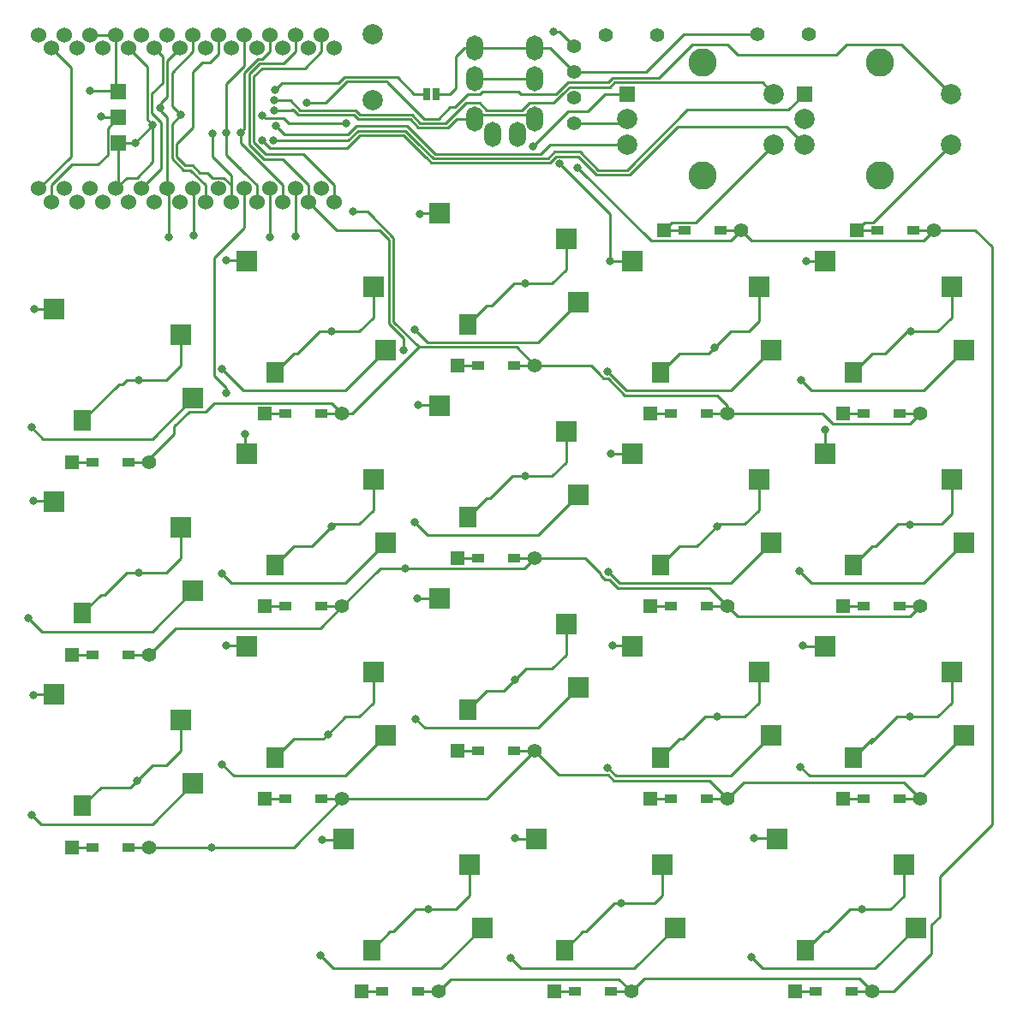
<source format=gtl>
G04 #@! TF.GenerationSoftware,KiCad,Pcbnew,(5.1.6-0-10_14)*
G04 #@! TF.CreationDate,2022-10-29T14:19:20+09:00*
G04 #@! TF.ProjectId,cool536v130,636f6f6c-3533-4367-9631-33302e6b6963,rev?*
G04 #@! TF.SameCoordinates,Original*
G04 #@! TF.FileFunction,Copper,L1,Top*
G04 #@! TF.FilePolarity,Positive*
%FSLAX46Y46*%
G04 Gerber Fmt 4.6, Leading zero omitted, Abs format (unit mm)*
G04 Created by KiCad (PCBNEW (5.1.6-0-10_14)) date 2022-10-29 14:19:20*
%MOMM*%
%LPD*%
G01*
G04 APERTURE LIST*
G04 #@! TA.AperFunction,SMDPad,CuDef*
%ADD10R,2.000000X2.000000*%
G04 #@! TD*
G04 #@! TA.AperFunction,SMDPad,CuDef*
%ADD11R,1.800000X2.000000*%
G04 #@! TD*
G04 #@! TA.AperFunction,ComponentPad*
%ADD12C,2.000000*%
G04 #@! TD*
G04 #@! TA.AperFunction,ComponentPad*
%ADD13C,1.397000*%
G04 #@! TD*
G04 #@! TA.AperFunction,ComponentPad*
%ADD14R,1.397000X1.397000*%
G04 #@! TD*
G04 #@! TA.AperFunction,SMDPad,CuDef*
%ADD15R,1.300000X0.950000*%
G04 #@! TD*
G04 #@! TA.AperFunction,ComponentPad*
%ADD16O,1.700000X2.500000*%
G04 #@! TD*
G04 #@! TA.AperFunction,ComponentPad*
%ADD17C,1.524000*%
G04 #@! TD*
G04 #@! TA.AperFunction,ComponentPad*
%ADD18R,1.500000X1.500000*%
G04 #@! TD*
G04 #@! TA.AperFunction,ComponentPad*
%ADD19C,2.800000*%
G04 #@! TD*
G04 #@! TA.AperFunction,SMDPad,CuDef*
%ADD20R,1.524000X1.524000*%
G04 #@! TD*
G04 #@! TA.AperFunction,SMDPad,CuDef*
%ADD21R,0.635000X1.143000*%
G04 #@! TD*
G04 #@! TA.AperFunction,ViaPad*
%ADD22C,0.800000*%
G04 #@! TD*
G04 #@! TA.AperFunction,Conductor*
%ADD23C,0.250000*%
G04 #@! TD*
G04 APERTURE END LIST*
D10*
X95750000Y-100570000D03*
D11*
X84850000Y-102770000D03*
D10*
X94550000Y-94330000D03*
X82050000Y-91790000D03*
X43950000Y-82265000D03*
X56450000Y-84805000D03*
D11*
X46750000Y-93245000D03*
D10*
X57650000Y-91045000D03*
X91575000Y-115602500D03*
X104075000Y-118142500D03*
D11*
X94375000Y-126582500D03*
D10*
X105275000Y-124382500D03*
D12*
X75460000Y-36040000D03*
X75460000Y-42540000D03*
D10*
X76700000Y-86282500D03*
D11*
X65800000Y-88482500D03*
D10*
X75500000Y-80042500D03*
X63000000Y-77502500D03*
D13*
X72410000Y-73532499D03*
D14*
X64790000Y-73532499D03*
D15*
X66825000Y-73532499D03*
X70375000Y-73532499D03*
D13*
X124798000Y-130682500D03*
D14*
X117178000Y-130682500D03*
D15*
X119213000Y-130682500D03*
X122763000Y-130682500D03*
X109795000Y-55420000D03*
D13*
X111830000Y-55420000D03*
D14*
X104210000Y-55420000D03*
D15*
X106245000Y-55420000D03*
D13*
X129560000Y-73532499D03*
D14*
X121940000Y-73532499D03*
D15*
X123975000Y-73532499D03*
X127525000Y-73532499D03*
D16*
X87250000Y-45870000D03*
X91450000Y-44370000D03*
X91450000Y-40370000D03*
X91450000Y-37370000D03*
X85500000Y-40370000D03*
X85500000Y-37370000D03*
X89700000Y-45870000D03*
X85500000Y-44370000D03*
D10*
X63000000Y-96552500D03*
X75500000Y-99092500D03*
D11*
X65800000Y-107532500D03*
D10*
X76700000Y-105332500D03*
X114800000Y-105332500D03*
D11*
X103900000Y-107532500D03*
D10*
X113600000Y-99092500D03*
X101100000Y-96552500D03*
D13*
X95330000Y-44820000D03*
X95330000Y-42280000D03*
X95330000Y-39740000D03*
X95330000Y-37200000D03*
D17*
X43692000Y-37360000D03*
X46232000Y-37360000D03*
X48772000Y-37360000D03*
X51312000Y-37360000D03*
X53852000Y-37360000D03*
X56392000Y-37360000D03*
X58932000Y-37360000D03*
X61472000Y-37360000D03*
X64012000Y-37360000D03*
X66552000Y-37360000D03*
X69092000Y-37360000D03*
X71632000Y-37360000D03*
X71632000Y-52600000D03*
X69092000Y-52600000D03*
X66552000Y-52600000D03*
X64012000Y-52600000D03*
X61472000Y-52600000D03*
X58932000Y-52600000D03*
X56392000Y-52600000D03*
X53852000Y-52600000D03*
X51312000Y-52600000D03*
X48772000Y-52600000D03*
X46232000Y-52600000D03*
X43692000Y-52600000D03*
X42422000Y-36053600D03*
X44962000Y-36053600D03*
X47502000Y-36053600D03*
X50042000Y-36053600D03*
X52582000Y-36053600D03*
X55122000Y-36053600D03*
X57662000Y-36053600D03*
X60202000Y-36053600D03*
X62742000Y-36053600D03*
X65282000Y-36053600D03*
X67822000Y-36053600D03*
X70362000Y-36053600D03*
X70362000Y-51273600D03*
X67822000Y-51273600D03*
X65282000Y-51273600D03*
X62742000Y-51273600D03*
X60202000Y-51273600D03*
X57662000Y-51273600D03*
X55122000Y-51273600D03*
X52582000Y-51273600D03*
X50042000Y-51273600D03*
X47502000Y-51273600D03*
X44962000Y-51273600D03*
X42422000Y-51273600D03*
D13*
X53360000Y-78295000D03*
D14*
X45740000Y-78295000D03*
D15*
X47775000Y-78295000D03*
X51325000Y-78295000D03*
D10*
X129088000Y-124382500D03*
D11*
X118188000Y-126582500D03*
D10*
X127888000Y-118142500D03*
X115388000Y-115602500D03*
X133850000Y-67232499D03*
D11*
X122950000Y-69432499D03*
D10*
X132650000Y-60992499D03*
X120150000Y-58452499D03*
D18*
X100560000Y-41910000D03*
D12*
X100560000Y-44410000D03*
X100560000Y-46910000D03*
D19*
X108060000Y-38810000D03*
X108060000Y-50010000D03*
D12*
X115060000Y-41910000D03*
X115060000Y-46910000D03*
D10*
X101100000Y-58452499D03*
X113600000Y-60992499D03*
D11*
X103900000Y-69432499D03*
D10*
X114800000Y-67232499D03*
X43950000Y-63215000D03*
X56450000Y-65755000D03*
D11*
X46750000Y-74195000D03*
D10*
X57650000Y-71995000D03*
D13*
X100985000Y-130682500D03*
D14*
X93365000Y-130682500D03*
D15*
X95400000Y-130682500D03*
X98950000Y-130682500D03*
D10*
X114800000Y-86282500D03*
D11*
X103900000Y-88482500D03*
D10*
X113600000Y-80042500D03*
X101100000Y-77502500D03*
D13*
X91460000Y-87820000D03*
D14*
X83840000Y-87820000D03*
D15*
X85875000Y-87820000D03*
X89425000Y-87820000D03*
D13*
X81935000Y-130682500D03*
D14*
X74315000Y-130682500D03*
D15*
X76350000Y-130682500D03*
X79900000Y-130682500D03*
D10*
X63000000Y-58452499D03*
X75500000Y-60992499D03*
D11*
X65800000Y-69432499D03*
D10*
X76700000Y-67232499D03*
X57650000Y-110095000D03*
D11*
X46750000Y-112295000D03*
D10*
X56450000Y-103855000D03*
X43950000Y-101315000D03*
D13*
X129560000Y-111632500D03*
D14*
X121940000Y-111632500D03*
D15*
X123975000Y-111632500D03*
X127525000Y-111632500D03*
D10*
X95750000Y-81520000D03*
D11*
X84850000Y-83720000D03*
D10*
X94550000Y-75280000D03*
X82050000Y-72740000D03*
D13*
X110510000Y-111632500D03*
D14*
X102890000Y-111632500D03*
D15*
X104925000Y-111632500D03*
X108475000Y-111632500D03*
D18*
X118090000Y-41910000D03*
D12*
X118090000Y-44410000D03*
X118090000Y-46910000D03*
D19*
X125590000Y-38810000D03*
X125590000Y-50010000D03*
D12*
X132590000Y-41910000D03*
X132590000Y-46910000D03*
D10*
X133850000Y-86282500D03*
D11*
X122950000Y-88482500D03*
D10*
X132650000Y-80042500D03*
X120150000Y-77502500D03*
D13*
X72410000Y-92582500D03*
D14*
X64790000Y-92582500D03*
D15*
X66825000Y-92582500D03*
X70375000Y-92582500D03*
D10*
X72525000Y-115602500D03*
X85025000Y-118142500D03*
D11*
X75325000Y-126582500D03*
D10*
X86225000Y-124382500D03*
X133850000Y-105332500D03*
D11*
X122950000Y-107532500D03*
D10*
X132650000Y-99092500D03*
X120150000Y-96552500D03*
D13*
X53360000Y-116395000D03*
D14*
X45740000Y-116395000D03*
D15*
X47775000Y-116395000D03*
X51325000Y-116395000D03*
D20*
X50310000Y-41650000D03*
X50310000Y-44190000D03*
X50310000Y-46730000D03*
D13*
X91460000Y-68770000D03*
D14*
X83840000Y-68770000D03*
D15*
X85875000Y-68770000D03*
X89425000Y-68770000D03*
D13*
X110510000Y-73532499D03*
D14*
X102890000Y-73532499D03*
D15*
X104925000Y-73532499D03*
X108475000Y-73532499D03*
D13*
X53360000Y-97345000D03*
D14*
X45740000Y-97345000D03*
D15*
X47775000Y-97345000D03*
X51325000Y-97345000D03*
D13*
X72410000Y-111632500D03*
D14*
X64790000Y-111632500D03*
D15*
X66825000Y-111632500D03*
X70375000Y-111632500D03*
D13*
X91460000Y-106870000D03*
D14*
X83840000Y-106870000D03*
D15*
X85875000Y-106870000D03*
X89425000Y-106870000D03*
D10*
X82050000Y-53690000D03*
X94550000Y-56230000D03*
D11*
X84850000Y-64670000D03*
D10*
X95750000Y-62470000D03*
D13*
X110510000Y-92582500D03*
D14*
X102890000Y-92582500D03*
D15*
X104925000Y-92582500D03*
X108475000Y-92582500D03*
D13*
X129560000Y-92582500D03*
D14*
X121940000Y-92582500D03*
D15*
X123975000Y-92582500D03*
X127525000Y-92582500D03*
X128835000Y-55400000D03*
D13*
X130870000Y-55400000D03*
D14*
X123250000Y-55400000D03*
D15*
X125285000Y-55400000D03*
D21*
X81720380Y-41900000D03*
X80719620Y-41900000D03*
D13*
X98440000Y-36050000D03*
X103520000Y-36050000D03*
X118550000Y-36040000D03*
X113470000Y-36040000D03*
D22*
X52350001Y-70169999D03*
X71387498Y-65407498D03*
X90475001Y-60644999D03*
X109240000Y-67020000D03*
X128577498Y-65407498D03*
X52309999Y-89219999D03*
X71400000Y-84650000D03*
X90474999Y-79694999D03*
X109425000Y-84695000D03*
X128550000Y-84490000D03*
X52101999Y-109841999D03*
X70995749Y-105235749D03*
X89515000Y-99815000D03*
X109467499Y-103507499D03*
X128527499Y-103507499D03*
X80917499Y-122557499D03*
X99987501Y-121957501D03*
X123767499Y-122557499D03*
X73450000Y-53534990D03*
X78643501Y-88843501D03*
X78500000Y-67200000D03*
X60970000Y-71460000D03*
X59525000Y-116395000D03*
X95667158Y-49202842D03*
X65700102Y-43535359D03*
X51940000Y-46730000D03*
X53700000Y-44970000D03*
X47520000Y-41600000D03*
X65745552Y-41536497D03*
X48600000Y-44170000D03*
X93270000Y-35760000D03*
X72770000Y-44780000D03*
X91280000Y-47094980D03*
X64520000Y-44020000D03*
X56490000Y-43990000D03*
X59590000Y-45800000D03*
X65835858Y-45054142D03*
X55300000Y-56060000D03*
X54470000Y-43266990D03*
X41940000Y-101330000D03*
X41390000Y-93730000D03*
X41700000Y-74880000D03*
X41900000Y-82150000D03*
X42000000Y-63210000D03*
X41730000Y-113190000D03*
X65697833Y-42535360D03*
X65630000Y-46540000D03*
X60990000Y-45695000D03*
X62380000Y-45695000D03*
X64520000Y-46500000D03*
X60490000Y-69080000D03*
X62780000Y-75530000D03*
X60950000Y-58380000D03*
X57710000Y-55885010D03*
X60510000Y-108180000D03*
X60980000Y-96430000D03*
X68910000Y-42780000D03*
X60510000Y-89360000D03*
X65280000Y-56100000D03*
X79810000Y-91790000D03*
X70220000Y-127080000D03*
X79550000Y-84250000D03*
X70450000Y-115660000D03*
X79700000Y-103740000D03*
X80070000Y-53740000D03*
X79910000Y-72670000D03*
X79610000Y-65240000D03*
X117750000Y-70210000D03*
X67790000Y-55960000D03*
X117620000Y-89120000D03*
X113070000Y-115480000D03*
X117670000Y-108450000D03*
X118262499Y-58452499D03*
X117960000Y-96450000D03*
X112830000Y-127280000D03*
X120140000Y-75100000D03*
X89050000Y-127360000D03*
X98900000Y-58420000D03*
X98590000Y-69330000D03*
X98640000Y-108520000D03*
X98952500Y-77502500D03*
X98710000Y-89200000D03*
X93905000Y-48815000D03*
X89470000Y-115510000D03*
X99100000Y-96470000D03*
D23*
X47775000Y-78295000D02*
X45740000Y-78295000D01*
X56450000Y-65755000D02*
X56450000Y-68782002D01*
X50666001Y-70620001D02*
X50324999Y-70620001D01*
X56450000Y-68782002D02*
X55062003Y-70169999D01*
X50324999Y-70620001D02*
X46750000Y-74195000D01*
X55062003Y-70169999D02*
X52350001Y-70169999D01*
X51116003Y-70169999D02*
X50666001Y-70620001D01*
X52350001Y-70169999D02*
X51116003Y-70169999D01*
X75500000Y-64019501D02*
X74112003Y-65407498D01*
X74112003Y-65407498D02*
X71387498Y-65407498D01*
X67966003Y-67607498D02*
X67625001Y-67607498D01*
X71387498Y-65407498D02*
X70166003Y-65407498D01*
X70166003Y-65407498D02*
X67966003Y-67607498D01*
X67625001Y-67607498D02*
X65800000Y-69432499D01*
X66825000Y-73532499D02*
X64790000Y-73532499D01*
X75500000Y-60992499D02*
X75500000Y-64019501D01*
X94550000Y-59257002D02*
X93162003Y-60644999D01*
X86675001Y-62844999D02*
X84850000Y-64670000D01*
X93162003Y-60644999D02*
X90475001Y-60644999D01*
X89355001Y-60644999D02*
X87155001Y-62844999D01*
X87155001Y-62844999D02*
X86675001Y-62844999D01*
X90475001Y-60644999D02*
X89355001Y-60644999D01*
X94550000Y-56230000D02*
X94550000Y-59257002D01*
X85875000Y-68770000D02*
X83840000Y-68770000D01*
X105725001Y-67607498D02*
X103900000Y-69432499D01*
X112576001Y-65407498D02*
X110852502Y-65407498D01*
X113600000Y-64383499D02*
X112576001Y-65407498D01*
X108652502Y-67607498D02*
X105725001Y-67607498D01*
X113600000Y-60992499D02*
X113600000Y-64383499D01*
X110852502Y-65407498D02*
X109240000Y-67020000D01*
X109240000Y-67020000D02*
X108652502Y-67607498D01*
X104925000Y-73532499D02*
X102890000Y-73532499D01*
X123975000Y-73532499D02*
X121940000Y-73532499D01*
X132650000Y-64019501D02*
X131262003Y-65407498D01*
X128272502Y-65407498D02*
X126072502Y-67607498D01*
X124775001Y-67607498D02*
X122950000Y-69432499D01*
X126072502Y-67607498D02*
X124775001Y-67607498D01*
X132650000Y-60992499D02*
X132650000Y-64019501D01*
X131262003Y-65407498D02*
X128577498Y-65407498D01*
X128577498Y-65407498D02*
X128272502Y-65407498D01*
X48916003Y-91419999D02*
X48575001Y-91419999D01*
X56450000Y-84805000D02*
X56450000Y-87832002D01*
X48575001Y-91419999D02*
X46750000Y-93245000D01*
X55062003Y-89219999D02*
X52309999Y-89219999D01*
X52309999Y-89219999D02*
X51116003Y-89219999D01*
X47775000Y-97345000D02*
X45740000Y-97345000D01*
X56450000Y-87832002D02*
X55062003Y-89219999D01*
X51116003Y-89219999D02*
X48916003Y-91419999D01*
X75500000Y-83069502D02*
X74112003Y-84457499D01*
X69382501Y-86657499D02*
X67625001Y-86657499D01*
X66825000Y-92582500D02*
X64790000Y-92582500D01*
X74112003Y-84457499D02*
X71582501Y-84457499D01*
X67625001Y-86657499D02*
X65800000Y-88482500D01*
X75500000Y-80042500D02*
X75500000Y-83069502D01*
X71582501Y-84457499D02*
X69382501Y-86657499D01*
X94550000Y-78307002D02*
X93162003Y-79694999D01*
X93162003Y-79694999D02*
X90474999Y-79694999D01*
X94550000Y-75280000D02*
X94550000Y-78307002D01*
X89216003Y-79694999D02*
X87016003Y-81894999D01*
X86675001Y-81894999D02*
X84850000Y-83720000D01*
X87016003Y-81894999D02*
X86675001Y-81894999D01*
X90474999Y-79694999D02*
X89216003Y-79694999D01*
X85875000Y-87820000D02*
X83840000Y-87820000D01*
X104925000Y-92582500D02*
X102890000Y-92582500D01*
X113600000Y-80042500D02*
X113600000Y-83069502D01*
X105725001Y-86657499D02*
X103900000Y-88482500D01*
X113600000Y-83069502D02*
X112212003Y-84457499D01*
X109425000Y-84695000D02*
X107462501Y-86657499D01*
X109662501Y-84457499D02*
X109425000Y-84695000D01*
X107462501Y-86657499D02*
X105725001Y-86657499D01*
X112212003Y-84457499D02*
X109662501Y-84457499D01*
X121940000Y-92582500D02*
X123975000Y-92582500D01*
X132650000Y-80042500D02*
X132650000Y-83433500D01*
X131626001Y-84457499D02*
X127316003Y-84457499D01*
X125116003Y-86657499D02*
X124775001Y-86657499D01*
X124775001Y-86657499D02*
X122950000Y-88482500D01*
X132650000Y-83433500D02*
X131626001Y-84457499D01*
X127316003Y-84457499D02*
X125116003Y-86657499D01*
X56450000Y-106882002D02*
X55062003Y-108269999D01*
X45740000Y-116395000D02*
X47775000Y-116395000D01*
X55062003Y-108269999D02*
X53673999Y-108269999D01*
X56450000Y-103855000D02*
X56450000Y-106882002D01*
X53673999Y-108269999D02*
X52101999Y-109841999D01*
X51473999Y-110469999D02*
X48575001Y-110469999D01*
X52101999Y-109841999D02*
X51473999Y-110469999D01*
X48575001Y-110469999D02*
X46750000Y-112295000D01*
X74112003Y-103507499D02*
X72723999Y-103507499D01*
X70523999Y-105707499D02*
X67625001Y-105707499D01*
X67625001Y-105707499D02*
X65800000Y-107532500D01*
X75500000Y-102119502D02*
X74112003Y-103507499D01*
X75500000Y-99092500D02*
X75500000Y-102119502D01*
X66825000Y-111632500D02*
X64790000Y-111632500D01*
X70995749Y-105235749D02*
X70523999Y-105707499D01*
X72723999Y-103507499D02*
X70995749Y-105235749D01*
X90585001Y-98744999D02*
X89515000Y-99815000D01*
X89515000Y-99815000D02*
X88385001Y-100944999D01*
X86675001Y-100944999D02*
X84850000Y-102770000D01*
X88385001Y-100944999D02*
X86675001Y-100944999D01*
X94550000Y-94330000D02*
X94550000Y-97357002D01*
X93162003Y-98744999D02*
X90585001Y-98744999D01*
X85875000Y-106870000D02*
X83840000Y-106870000D01*
X94550000Y-97357002D02*
X93162003Y-98744999D01*
X109467499Y-103507499D02*
X108266003Y-103507499D01*
X112212003Y-103507499D02*
X109467499Y-103507499D01*
X104925000Y-111632500D02*
X102890000Y-111632500D01*
X113600000Y-99092500D02*
X113600000Y-102119502D01*
X106066003Y-105707499D02*
X105725001Y-105707499D01*
X108266003Y-103507499D02*
X106066003Y-105707499D01*
X113600000Y-102119502D02*
X112212003Y-103507499D01*
X105725001Y-105707499D02*
X103900000Y-107532500D01*
X131262003Y-103507499D02*
X128527499Y-103507499D01*
X128527499Y-103507499D02*
X127202501Y-103507499D01*
X123975000Y-111632500D02*
X121940000Y-111632500D01*
X124775001Y-105707499D02*
X125002501Y-105707499D01*
X125002501Y-105707499D02*
X127202501Y-103507499D01*
X122950000Y-107532500D02*
X124775001Y-105707499D01*
X132650000Y-99092500D02*
X132650000Y-102119502D01*
X132650000Y-102119502D02*
X131262003Y-103507499D01*
X127202501Y-103507499D02*
X124590000Y-106120000D01*
X80917499Y-122557499D02*
X79691003Y-122557499D01*
X83637003Y-122557499D02*
X80917499Y-122557499D01*
X76350000Y-130682500D02*
X74315000Y-130682500D01*
X85025000Y-121169502D02*
X83637003Y-122557499D01*
X77491003Y-124757499D02*
X77150001Y-124757499D01*
X85025000Y-118142500D02*
X85025000Y-121169502D01*
X77150001Y-124757499D02*
X75325000Y-126582500D01*
X79691003Y-122557499D02*
X77491003Y-124757499D01*
X104075000Y-121169502D02*
X103287001Y-121957501D01*
X99341001Y-121957501D02*
X96541003Y-124757499D01*
X96541003Y-124757499D02*
X96200001Y-124757499D01*
X103287001Y-121957501D02*
X99987501Y-121957501D01*
X99987501Y-121957501D02*
X99341001Y-121957501D01*
X96200001Y-124757499D02*
X94375000Y-126582500D01*
X104075000Y-118142500D02*
X104075000Y-121169502D01*
X95400000Y-130682500D02*
X93365000Y-130682500D01*
X120013001Y-124757499D02*
X118188000Y-126582500D01*
X127888000Y-118142500D02*
X127888000Y-121242000D01*
X122554003Y-122557499D02*
X120354003Y-124757499D01*
X120354003Y-124757499D02*
X120013001Y-124757499D01*
X127888000Y-121242000D02*
X126572501Y-122557499D01*
X126572501Y-122557499D02*
X123767499Y-122557499D01*
X123767499Y-122557499D02*
X122554003Y-122557499D01*
X119213000Y-130682500D02*
X117178000Y-130682500D01*
X105010001Y-54619999D02*
X106579999Y-54619999D01*
X107350001Y-54619999D02*
X106579999Y-54619999D01*
X104210000Y-55420000D02*
X106245000Y-55420000D01*
X104210000Y-55420000D02*
X105010001Y-54619999D01*
X115060000Y-46910000D02*
X107350001Y-54619999D01*
X124050001Y-54599999D02*
X124660001Y-54599999D01*
X132590000Y-46910000D02*
X124900001Y-54599999D01*
X125285000Y-55400000D02*
X123250000Y-55400000D01*
X124900001Y-54599999D02*
X124660001Y-54599999D01*
X123250000Y-55400000D02*
X124050001Y-54599999D01*
X97750000Y-69530000D02*
X96990000Y-68770000D01*
X98241999Y-70055001D02*
X98678591Y-70055001D01*
X72410000Y-73532499D02*
X70375000Y-73532499D01*
X68587124Y-47889962D02*
X71632000Y-50934838D01*
X97750000Y-69563002D02*
X98241999Y-70055001D01*
X70362000Y-37698762D02*
X68713742Y-39347020D01*
X63690000Y-40120000D02*
X63690000Y-46700000D01*
X96990000Y-68770000D02*
X91460000Y-68770000D01*
X71632000Y-50934838D02*
X71632000Y-52600000D01*
X63690000Y-46700000D02*
X64879962Y-47889962D01*
X110510000Y-72780000D02*
X109437510Y-71707510D01*
X110510000Y-73532499D02*
X110510000Y-72780000D01*
X97750000Y-69530000D02*
X97750000Y-69563002D01*
X100331099Y-71707509D02*
X98678591Y-70055001D01*
X110510000Y-73532499D02*
X108475000Y-73532499D01*
X79985316Y-66945011D02*
X89635011Y-66945011D01*
X89635011Y-66945011D02*
X91460000Y-68770000D01*
X74957347Y-53607347D02*
X74957347Y-53577347D01*
X75235000Y-53885000D02*
X77490000Y-56140000D01*
X74957347Y-53607347D02*
X75235000Y-53885000D01*
X74884990Y-53534990D02*
X75235000Y-53885000D01*
X73450000Y-53534990D02*
X74884990Y-53534990D01*
X72410000Y-73532499D02*
X73397828Y-73532499D01*
X91460000Y-68770000D02*
X89425000Y-68770000D01*
X129560000Y-73532499D02*
X127525000Y-73532499D01*
X73397828Y-73532499D02*
X79985316Y-66945011D01*
X109437510Y-71707510D02*
X100331099Y-71707509D01*
X77490000Y-56140000D02*
X77490000Y-64449695D01*
X77490000Y-64449695D02*
X79985316Y-66945011D01*
X120891002Y-74556000D02*
X128536499Y-74556000D01*
X128536499Y-74556000D02*
X129560000Y-73532499D01*
X119867501Y-73532499D02*
X120891002Y-74556000D01*
X110510000Y-73532499D02*
X119867501Y-73532499D01*
X58903588Y-73326414D02*
X59721004Y-72508998D01*
X57273586Y-73326414D02*
X58903588Y-73326414D01*
X55810000Y-74790000D02*
X57273586Y-73326414D01*
X55810000Y-75560000D02*
X55810000Y-74790000D01*
X71386499Y-72508998D02*
X72410000Y-73532499D01*
X59721004Y-72508998D02*
X71386499Y-72508998D01*
X53360000Y-78010000D02*
X55810000Y-75560000D01*
X53360000Y-78295000D02*
X53360000Y-78010000D01*
X51325000Y-78295000D02*
X53360000Y-78295000D01*
X64879962Y-47889962D02*
X68587124Y-47889962D01*
X70362000Y-36053600D02*
X70362000Y-37698762D01*
X64462979Y-39347021D02*
X63690000Y-40120000D01*
X68713742Y-39347020D02*
X64462979Y-39347021D01*
X69092000Y-50934838D02*
X69092000Y-52600000D01*
X64276578Y-38897012D02*
X63239990Y-39933600D01*
X109720000Y-91792500D02*
X109712500Y-91792500D01*
X99631101Y-90757511D02*
X108677511Y-90757511D01*
X64689971Y-48339971D02*
X66497133Y-48339971D01*
X109712500Y-91792500D02*
X108677511Y-90757511D01*
X63239990Y-39933600D02*
X63239990Y-46889990D01*
X67822000Y-36053600D02*
X67822000Y-37698762D01*
X66623751Y-38897011D02*
X64276578Y-38897012D01*
X98361999Y-89925001D02*
X98798591Y-89925001D01*
X109720000Y-91792500D02*
X110510000Y-92582500D01*
X96434999Y-87820000D02*
X97984999Y-89370000D01*
X91460000Y-87820000D02*
X96434999Y-87820000D01*
X98798591Y-89925001D02*
X99631101Y-90757511D01*
X66497133Y-48339971D02*
X69092000Y-50934838D01*
X97984999Y-89370000D02*
X97984999Y-89548001D01*
X89425000Y-87820000D02*
X91460000Y-87820000D01*
X97984999Y-89548001D02*
X98361999Y-89925001D01*
X72410000Y-92582500D02*
X70375000Y-92582500D01*
X77039990Y-56326400D02*
X77039991Y-64636096D01*
X53360000Y-97345000D02*
X51325000Y-97345000D01*
X110510000Y-92582500D02*
X108475000Y-92582500D01*
X55977501Y-94727499D02*
X70265001Y-94727499D01*
X53360000Y-97345000D02*
X55977501Y-94727499D01*
X70265001Y-94727499D02*
X72410000Y-92582500D01*
X127525000Y-92582500D02*
X129560000Y-92582500D01*
X69092000Y-52600000D02*
X71852000Y-55360000D01*
X63239990Y-46889990D02*
X64689971Y-48339971D01*
X129560000Y-92582500D02*
X128536499Y-93606001D01*
X128536499Y-93606001D02*
X111533501Y-93606001D01*
X72410000Y-92582500D02*
X76148999Y-88843501D01*
X90436499Y-88843501D02*
X91460000Y-87820000D01*
X111533501Y-93606001D02*
X110510000Y-92582500D01*
X67822000Y-37698762D02*
X66623751Y-38897011D01*
X78500000Y-66096105D02*
X78500000Y-67200000D01*
X71852000Y-55360000D02*
X76073590Y-55360000D01*
X76073590Y-55360000D02*
X77039990Y-56326400D01*
X76148999Y-88843501D02*
X78643501Y-88843501D01*
X78643501Y-88843501D02*
X90436499Y-88843501D01*
X77039991Y-64636096D02*
X78500000Y-66096105D01*
X129560000Y-111632500D02*
X127525000Y-111632500D01*
X62742000Y-55148000D02*
X59764999Y-58125001D01*
X72410000Y-111632500D02*
X86697500Y-111632500D01*
X53360000Y-116395000D02*
X59525000Y-116395000D01*
X86697500Y-111632500D02*
X91460000Y-106870000D01*
X91460000Y-106870000D02*
X89425000Y-106870000D01*
X67647500Y-116395000D02*
X72410000Y-111632500D01*
X72410000Y-111632500D02*
X70375000Y-111632500D01*
X110510000Y-111632500D02*
X108685011Y-109807511D01*
X108685011Y-109807511D02*
X99247511Y-109807511D01*
X99247511Y-109807511D02*
X98685001Y-109245001D01*
X93835001Y-109245001D02*
X91460000Y-106870000D01*
X98685001Y-109245001D02*
X93835001Y-109245001D01*
X59764999Y-69764999D02*
X60970000Y-70970000D01*
X60970000Y-70970000D02*
X60970000Y-71460000D01*
X62742000Y-51273600D02*
X62742000Y-55148000D01*
X110510000Y-111632500D02*
X112112500Y-110030000D01*
X127957500Y-110030000D02*
X129560000Y-111632500D01*
X112112500Y-110030000D02*
X127957500Y-110030000D01*
X110510000Y-111632500D02*
X108475000Y-111632500D01*
X59764999Y-58125001D02*
X59764999Y-69764999D01*
X59525000Y-116395000D02*
X67647500Y-116395000D01*
X51325000Y-116395000D02*
X53360000Y-116395000D01*
X102907816Y-56443501D02*
X110806499Y-56443501D01*
X83167500Y-129450000D02*
X81935000Y-130682500D01*
X99752500Y-129450000D02*
X83167500Y-129450000D01*
X100985000Y-130682500D02*
X99752500Y-129450000D01*
X110806499Y-56443501D02*
X111830000Y-55420000D01*
X81935000Y-130682500D02*
X79900000Y-130682500D01*
X124798000Y-130682500D02*
X123535500Y-129420000D01*
X95667158Y-49202842D02*
X102907816Y-56443501D01*
X100985000Y-130682500D02*
X98950000Y-130682500D01*
X102247500Y-129420000D02*
X100985000Y-130682500D01*
X123535500Y-129420000D02*
X102247500Y-129420000D01*
X124798000Y-130682500D02*
X122763000Y-130682500D01*
X111830000Y-55420000D02*
X112833501Y-56423501D01*
X112833501Y-56423501D02*
X129846499Y-56423501D01*
X129846499Y-56423501D02*
X130870000Y-55400000D01*
X131470000Y-119300000D02*
X136610000Y-114160000D01*
X126922500Y-130682500D02*
X126922500Y-130637500D01*
X136610000Y-114160000D02*
X136610000Y-57030000D01*
X134980000Y-55400000D02*
X130870000Y-55400000D01*
X136610000Y-57030000D02*
X134980000Y-55400000D01*
X124798000Y-130682500D02*
X126922500Y-130682500D01*
X130710000Y-55400000D02*
X128835000Y-55400000D01*
X131470000Y-123290000D02*
X131470000Y-119300000D01*
X126922500Y-130637500D02*
X130670000Y-126890000D01*
X130670000Y-124090000D02*
X131470000Y-123290000D01*
X130870000Y-55400000D02*
X130710000Y-55400000D01*
X130670000Y-126890000D02*
X130670000Y-124090000D01*
X109795000Y-55420000D02*
X111830000Y-55420000D01*
X51940000Y-46730000D02*
X53700000Y-44970000D01*
X50310000Y-46730000D02*
X51940000Y-46730000D01*
X50310000Y-46730000D02*
X50310000Y-51005600D01*
X50310000Y-51005600D02*
X50042000Y-51273600D01*
X53700000Y-48630000D02*
X52143401Y-50186599D01*
X51129001Y-50186599D02*
X50042000Y-51273600D01*
X53700000Y-44970000D02*
X53149990Y-44419990D01*
X52143401Y-50186599D02*
X51129001Y-50186599D01*
X53149990Y-39197990D02*
X53011000Y-39059000D01*
X53700000Y-44970000D02*
X53700000Y-48630000D01*
X53149990Y-44419990D02*
X53149990Y-39197990D01*
X53011000Y-39059000D02*
X51312000Y-37360000D01*
X53698000Y-44968000D02*
X53700000Y-44970000D01*
X67384641Y-43535359D02*
X65700102Y-43535359D01*
X68071614Y-43968024D02*
X67533590Y-43430000D01*
X73568024Y-43968024D02*
X68071614Y-43968024D01*
X79940020Y-45240020D02*
X79110000Y-44410000D01*
X67490000Y-43430000D02*
X67384641Y-43535359D01*
X67533590Y-43430000D02*
X67490000Y-43430000D01*
X82836370Y-45240020D02*
X79940020Y-45240020D01*
X83706390Y-44370000D02*
X82836370Y-45240020D01*
X79110000Y-44410000D02*
X74010000Y-44410000D01*
X74010000Y-44410000D02*
X73568024Y-43968024D01*
X85500000Y-44370000D02*
X83706390Y-44370000D01*
X85924989Y-43945011D02*
X85500000Y-44370000D01*
X91025011Y-43945011D02*
X85924989Y-43945011D01*
X91450000Y-44370000D02*
X91025011Y-43945011D01*
X47502000Y-36053600D02*
X50042000Y-36053600D01*
X100150000Y-44820000D02*
X100560000Y-44410000D01*
X95330000Y-44820000D02*
X100150000Y-44820000D01*
X50042000Y-41382000D02*
X50042000Y-36053600D01*
X47520000Y-41600000D02*
X50260000Y-41600000D01*
X50260000Y-41600000D02*
X50310000Y-41650000D01*
X50310000Y-41650000D02*
X50042000Y-41382000D01*
X85500000Y-40370000D02*
X91450000Y-40370000D01*
X66482049Y-40800000D02*
X65745552Y-41536497D01*
X72070000Y-40800000D02*
X66482049Y-40800000D01*
X72580000Y-40290000D02*
X72070000Y-40800000D01*
X72640010Y-40229990D02*
X72580000Y-40290000D01*
X77620010Y-40229990D02*
X77849990Y-40229990D01*
X77620010Y-40229990D02*
X72640010Y-40229990D01*
X79520000Y-41900000D02*
X80719620Y-41900000D01*
X77849990Y-40229990D02*
X79520000Y-41900000D01*
X43692000Y-50934838D02*
X43692000Y-52600000D01*
X48222999Y-48907001D02*
X48222999Y-48902999D01*
X48222999Y-48902999D02*
X49222999Y-47902999D01*
X50310000Y-44190000D02*
X49222999Y-45277001D01*
X50310000Y-44190000D02*
X48620000Y-44190000D01*
X45719837Y-48907001D02*
X43692000Y-50934838D01*
X49222999Y-45277001D02*
X49222999Y-47902999D01*
X48222999Y-48907001D02*
X45719837Y-48907001D01*
X48620000Y-44190000D02*
X48600000Y-44170000D01*
X85500000Y-37370000D02*
X91450000Y-37370000D01*
X92960000Y-37370000D02*
X95330000Y-39740000D01*
X91450000Y-37370000D02*
X92960000Y-37370000D01*
X85500000Y-37370000D02*
X84500000Y-37370000D01*
X84500000Y-37370000D02*
X83640000Y-38230000D01*
X83640000Y-38230000D02*
X83640000Y-41310000D01*
X83050000Y-41900000D02*
X81720380Y-41900000D01*
X83640000Y-41310000D02*
X83050000Y-41900000D01*
X106640000Y-36040000D02*
X113470000Y-36040000D01*
X106120000Y-36040000D02*
X106640000Y-36040000D01*
X102420000Y-39740000D02*
X106120000Y-36040000D01*
X95330000Y-39740000D02*
X102420000Y-39740000D01*
X93890000Y-35760000D02*
X95330000Y-37200000D01*
X93270000Y-35760000D02*
X93890000Y-35760000D01*
X57662000Y-37182000D02*
X57662000Y-36053600D01*
X55572010Y-48302010D02*
X55572010Y-46107990D01*
X55572010Y-46107990D02*
X55572010Y-44907990D01*
X55572010Y-42767990D02*
X55572010Y-39788752D01*
X96680000Y-43630000D02*
X98400000Y-41910000D01*
X56690000Y-49420000D02*
X55572010Y-48302010D01*
X58932000Y-52600000D02*
X58932000Y-50934838D01*
X72770000Y-44780000D02*
X67110000Y-44780000D01*
X64829141Y-44329141D02*
X64520000Y-44020000D01*
X55572010Y-44907990D02*
X56490000Y-43990000D01*
X56490000Y-43990000D02*
X55572010Y-43072010D01*
X57417162Y-49420000D02*
X56690000Y-49420000D01*
X96310000Y-43630000D02*
X96680000Y-43630000D01*
X57662000Y-37698762D02*
X57662000Y-37182000D01*
X58932000Y-50934838D02*
X57417162Y-49420000D01*
X66659141Y-44329141D02*
X64829141Y-44329141D01*
X98400000Y-41910000D02*
X100560000Y-41910000D01*
X91315020Y-47130000D02*
X91280000Y-47094980D01*
X91550000Y-47130000D02*
X91315020Y-47130000D01*
X67110000Y-44780000D02*
X66659141Y-44329141D01*
X55572010Y-43072010D02*
X55572010Y-42767990D01*
X55572010Y-39788752D02*
X57662000Y-37698762D01*
X94744980Y-43630000D02*
X95210000Y-43630000D01*
X91280000Y-47094980D02*
X94744980Y-43630000D01*
X95210000Y-43630000D02*
X95050000Y-43630000D01*
X96310000Y-43630000D02*
X95210000Y-43630000D01*
X81589980Y-47819980D02*
X92000020Y-47819980D01*
X56022020Y-46857980D02*
X57640000Y-45240000D01*
X57640000Y-39700000D02*
X58580000Y-38760000D01*
X92910000Y-46910000D02*
X92000020Y-47819980D01*
X56909990Y-48969990D02*
X56022020Y-48082020D01*
X60723761Y-50186599D02*
X59583401Y-50186599D01*
X59370000Y-38760000D02*
X60202000Y-37928000D01*
X59086802Y-49690000D02*
X58323572Y-49690000D01*
X56022020Y-48082020D02*
X56022020Y-46857980D01*
X58580000Y-38760000D02*
X59370000Y-38760000D01*
X61472000Y-50934838D02*
X60723761Y-50186599D01*
X61472000Y-50012000D02*
X59590000Y-48130000D01*
X57640000Y-45240000D02*
X57640000Y-39700000D01*
X58323572Y-49690000D02*
X57603562Y-48969990D01*
X60202000Y-37698762D02*
X60202000Y-36053600D01*
X100560000Y-46910000D02*
X92910000Y-46910000D01*
X73820000Y-45080000D02*
X78850000Y-45080000D01*
X57603562Y-48969990D02*
X56909990Y-48969990D01*
X61472000Y-52600000D02*
X61472000Y-50012000D01*
X66681716Y-45900000D02*
X73000000Y-45900000D01*
X78850000Y-45080000D02*
X81589980Y-47819980D01*
X65835858Y-45054142D02*
X66681716Y-45900000D01*
X59590000Y-48130000D02*
X59590000Y-45800000D01*
X61472000Y-52600000D02*
X61472000Y-50934838D01*
X59583401Y-50186599D02*
X59086802Y-49690000D01*
X73000000Y-45900000D02*
X73820000Y-45080000D01*
X60202000Y-37928000D02*
X60202000Y-37698762D01*
X55300000Y-56060000D02*
X55300000Y-51451600D01*
X41955000Y-101315000D02*
X41940000Y-101330000D01*
X43950000Y-101315000D02*
X41955000Y-101315000D01*
X57650000Y-71995000D02*
X53624999Y-76020001D01*
X55122000Y-44202000D02*
X54510000Y-43590000D01*
X55122000Y-42148000D02*
X55122000Y-38630000D01*
X42840001Y-76020001D02*
X41700000Y-74880000D01*
X54510000Y-43230000D02*
X54510000Y-42760000D01*
X55300000Y-51451600D02*
X55122000Y-51273600D01*
X54510000Y-42760000D02*
X55122000Y-42148000D01*
X94217609Y-41877609D02*
X94110208Y-41985010D01*
X94877609Y-41217609D02*
X94217609Y-41877609D01*
X105016499Y-40763501D02*
X99333501Y-40763501D01*
X105273497Y-40763501D02*
X105016499Y-40763501D01*
X113913501Y-40763501D02*
X115060000Y-41910000D01*
X105016499Y-40763501D02*
X113913501Y-40763501D01*
X99333501Y-40763501D02*
X98879393Y-41217609D01*
X98879393Y-41217609D02*
X94877609Y-41217609D01*
X53624999Y-76020001D02*
X42840001Y-76020001D01*
X54506990Y-43230000D02*
X54470000Y-43266990D01*
X54510000Y-43590000D02*
X54510000Y-43230000D01*
X54510000Y-43230000D02*
X54506990Y-43230000D01*
X55122000Y-51273600D02*
X55122000Y-44202000D01*
X55122000Y-38630000D02*
X56392000Y-37360000D01*
X42005000Y-63215000D02*
X42000000Y-63210000D01*
X43835000Y-82150000D02*
X43950000Y-82265000D01*
X41390000Y-93730000D02*
X42730001Y-95070001D01*
X41900000Y-82150000D02*
X43835000Y-82150000D01*
X42730001Y-95070001D02*
X53624999Y-95070001D01*
X43950000Y-63215000D02*
X42005000Y-63215000D01*
X53624999Y-114120001D02*
X42660001Y-114120001D01*
X53624999Y-95070001D02*
X57650000Y-91045000D01*
X42660001Y-114120001D02*
X41730000Y-113190000D01*
X57650000Y-110095000D02*
X53624999Y-114120001D01*
X93300228Y-42794990D02*
X94217609Y-41877609D01*
X90194999Y-43495001D02*
X90895010Y-42794990D01*
X86686716Y-43495001D02*
X90194999Y-43495001D01*
X82649970Y-44790010D02*
X84644990Y-42794990D01*
X80323600Y-44790010D02*
X82649970Y-44790010D01*
X90895010Y-42794990D02*
X93300228Y-42794990D01*
X85986705Y-42794990D02*
X86686716Y-43495001D01*
X68258014Y-43518014D02*
X73754425Y-43518015D01*
X84644990Y-42794990D02*
X85986705Y-42794990D01*
X80300385Y-44766795D02*
X80323600Y-44790010D01*
X74196400Y-43959990D02*
X79296401Y-43959991D01*
X73754425Y-43518015D02*
X74196400Y-43959990D01*
X79296401Y-43959991D02*
X80103205Y-44766795D01*
X80103205Y-44766795D02*
X80300385Y-44766795D01*
X67275360Y-42535360D02*
X68258014Y-43518014D01*
X65697833Y-42535360D02*
X67275360Y-42535360D01*
X65630000Y-46540000D02*
X72440000Y-46540000D01*
X100598205Y-49421795D02*
X97678205Y-49421795D01*
X79851795Y-46718205D02*
X81403580Y-48269990D01*
X79851795Y-46718205D02*
X79838205Y-46718205D01*
X60990000Y-47912838D02*
X62673581Y-49596419D01*
X72996410Y-46540000D02*
X72440000Y-46540000D01*
X79838205Y-46718205D02*
X78650010Y-45530010D01*
X62742000Y-39158770D02*
X60990000Y-40910770D01*
X118090000Y-41910000D02*
X116510000Y-43490000D01*
X60990000Y-40910770D02*
X60990000Y-45695000D01*
X64012000Y-52600000D02*
X64012000Y-50934838D01*
X95896400Y-47639990D02*
X97678205Y-49421795D01*
X78650010Y-45530010D02*
X74006400Y-45530010D01*
X64012000Y-50934838D02*
X62673581Y-49596419D01*
X106530000Y-43490000D02*
X100598205Y-49421795D01*
X74006400Y-45530010D02*
X72996410Y-46540000D01*
X62742000Y-36053600D02*
X62742000Y-39158770D01*
X116510000Y-43490000D02*
X106530000Y-43490000D01*
X62673581Y-49596419D02*
X62317152Y-49239990D01*
X92740598Y-48269990D02*
X93370599Y-47639989D01*
X93370599Y-47639989D02*
X95896400Y-47639990D01*
X81403580Y-48269990D02*
X92740598Y-48269990D01*
X60990000Y-45695000D02*
X60990000Y-47912838D01*
X62720000Y-45355000D02*
X62380000Y-45695000D01*
X65282000Y-37698762D02*
X64533761Y-38447001D01*
X64090179Y-38447001D02*
X62720000Y-39817180D01*
X65285001Y-47265001D02*
X69805001Y-47265001D01*
X95709999Y-48089999D02*
X97270000Y-49650000D01*
X69805001Y-47265001D02*
X70238591Y-47265001D01*
X66552000Y-50934838D02*
X66552000Y-52600000D01*
X81217180Y-48720000D02*
X92926998Y-48720000D01*
X78463610Y-45980020D02*
X80715000Y-48231410D01*
X100784605Y-49871805D02*
X97491805Y-49871805D01*
X92926998Y-48720000D02*
X93556999Y-48089999D01*
X62380000Y-46762838D02*
X64723581Y-49106419D01*
X64407143Y-48789981D02*
X64723581Y-49106419D01*
X64520000Y-46500000D02*
X65285001Y-47265001D01*
X62380000Y-45695000D02*
X62380000Y-46762838D01*
X62720000Y-39817180D02*
X62720000Y-45355000D01*
X80715000Y-48231410D02*
X80728590Y-48231410D01*
X64723581Y-49106419D02*
X66552000Y-50934838D01*
X97491805Y-49871805D02*
X97270000Y-49650000D01*
X69805001Y-47265001D02*
X72907819Y-47265001D01*
X118090000Y-46910000D02*
X116290000Y-45110000D01*
X74192800Y-45980020D02*
X78463610Y-45980020D01*
X80728590Y-48231410D02*
X81217180Y-48720000D01*
X72907819Y-47265001D02*
X74192800Y-45980020D01*
X116290000Y-45110000D02*
X105546410Y-45110000D01*
X105546410Y-45110000D02*
X100784605Y-49871805D01*
X65282000Y-36053600D02*
X65282000Y-37698762D01*
X93556999Y-48089999D02*
X95709999Y-48089999D01*
X64533761Y-38447001D02*
X64090179Y-38447001D01*
X62780000Y-75530000D02*
X62780000Y-77282500D01*
X62667500Y-71257500D02*
X72674999Y-71257500D01*
X62780000Y-77282500D02*
X63000000Y-77502500D01*
X60980000Y-96430000D02*
X62877500Y-96430000D01*
X61457501Y-90307501D02*
X60510000Y-89360000D01*
X60490000Y-69080000D02*
X62667500Y-71257500D01*
X72674999Y-71257500D02*
X76700000Y-67232499D01*
X62927501Y-58380000D02*
X63000000Y-58452499D01*
X60950000Y-58380000D02*
X62927501Y-58380000D01*
X57710000Y-51321600D02*
X57662000Y-51273600D01*
X62877500Y-96430000D02*
X63000000Y-96552500D01*
X61687501Y-109357501D02*
X72674999Y-109357501D01*
X57710000Y-55885010D02*
X57710000Y-51321600D01*
X76700000Y-86282500D02*
X72674999Y-90307501D01*
X72674999Y-109357501D02*
X76700000Y-105332500D01*
X60510000Y-108180000D02*
X61687501Y-109357501D01*
X72674999Y-90307501D02*
X61457501Y-90307501D01*
X70790000Y-42780000D02*
X68910000Y-42780000D01*
X72890000Y-40680000D02*
X70790000Y-42780000D01*
X76900000Y-40680000D02*
X72890000Y-40680000D01*
X81940000Y-44340000D02*
X80510000Y-44340000D01*
X83066421Y-43213579D02*
X81940000Y-44340000D01*
X83589991Y-43213579D02*
X83066421Y-43213579D01*
X84858560Y-41945010D02*
X83589991Y-43213579D01*
X76900000Y-40730000D02*
X76900000Y-40680000D01*
X85986705Y-41945010D02*
X84858560Y-41945010D01*
X86286716Y-41644999D02*
X85986705Y-41945010D01*
X80510000Y-44340000D02*
X76900000Y-40730000D01*
X93513798Y-41945010D02*
X90094012Y-41945010D01*
X127690000Y-37010000D02*
X122250000Y-37010000D01*
X90094012Y-41945010D02*
X89794001Y-41644999D01*
X99147100Y-40313492D02*
X98692993Y-40767599D01*
X111510000Y-38050000D02*
X110470000Y-37010000D01*
X132590000Y-41910000D02*
X127690000Y-37010000D01*
X110470000Y-37010000D02*
X106990000Y-37010000D01*
X94691208Y-40767600D02*
X93513798Y-41945010D01*
X106990000Y-37010000D02*
X103686509Y-40313491D01*
X98692993Y-40767599D02*
X94691208Y-40767600D01*
X89794001Y-41644999D02*
X86286716Y-41644999D01*
X103686509Y-40313491D02*
X99147100Y-40313492D01*
X121210000Y-38050000D02*
X111510000Y-38050000D01*
X122250000Y-37010000D02*
X121210000Y-38050000D01*
X45605600Y-39273600D02*
X43692000Y-37360000D01*
X45605600Y-48090000D02*
X45605600Y-39273600D01*
X42422000Y-51273600D02*
X45605600Y-48090000D01*
X54540000Y-44700000D02*
X54540000Y-49315600D01*
X54671990Y-40788010D02*
X54641990Y-40788010D01*
X54540000Y-49315600D02*
X54192800Y-49662800D01*
X54641990Y-40788010D02*
X53600000Y-41830000D01*
X54671990Y-40788010D02*
X54671990Y-38179990D01*
X52582000Y-51273600D02*
X54192800Y-49662800D01*
X53600000Y-43760000D02*
X54540000Y-44700000D01*
X54671990Y-38179990D02*
X53852000Y-37360000D01*
X53600000Y-41830000D02*
X53600000Y-43760000D01*
X91724999Y-66495001D02*
X80865001Y-66495001D01*
X80845001Y-85545001D02*
X91724999Y-85545001D01*
X79550000Y-84250000D02*
X80845001Y-85545001D01*
X72467500Y-115660000D02*
X72525000Y-115602500D01*
X65280000Y-51275600D02*
X65282000Y-51273600D01*
X80555001Y-104595001D02*
X79700000Y-103740000D01*
X95750000Y-62470000D02*
X91724999Y-66495001D01*
X70450000Y-115660000D02*
X72467500Y-115660000D01*
X65280000Y-56100000D02*
X65280000Y-51275600D01*
X82050000Y-53690000D02*
X80120000Y-53690000D01*
X91724999Y-85545001D02*
X95750000Y-81520000D01*
X91724999Y-104595001D02*
X80555001Y-104595001D01*
X80120000Y-53690000D02*
X80070000Y-53740000D01*
X95750000Y-100570000D02*
X91724999Y-104595001D01*
X82199999Y-128407501D02*
X71547501Y-128407501D01*
X82050000Y-91790000D02*
X79810000Y-91790000D01*
X71547501Y-128407501D02*
X70220000Y-127080000D01*
X80865001Y-66495001D02*
X79610000Y-65240000D01*
X79910000Y-72670000D02*
X81980000Y-72670000D01*
X86225000Y-124382500D02*
X82199999Y-128407501D01*
X81980000Y-72670000D02*
X82050000Y-72740000D01*
X133850000Y-67232499D02*
X129824999Y-71257500D01*
X129824999Y-71257500D02*
X118797500Y-71257500D01*
X67790000Y-55960000D02*
X67790000Y-51305600D01*
X118797500Y-71257500D02*
X117750000Y-70210000D01*
X67790000Y-51305600D02*
X67822000Y-51273600D01*
X118807501Y-90307501D02*
X129824999Y-90307501D01*
X113957501Y-128407501D02*
X112830000Y-127280000D01*
X133850000Y-105332500D02*
X129824999Y-109357501D01*
X125062999Y-128407501D02*
X113957501Y-128407501D01*
X129088000Y-124382500D02*
X125062999Y-128407501D01*
X115265500Y-115480000D02*
X115388000Y-115602500D01*
X118577501Y-109357501D02*
X117670000Y-108450000D01*
X120150000Y-58452499D02*
X118262499Y-58452499D01*
X129824999Y-109357501D02*
X118577501Y-109357501D01*
X113070000Y-115480000D02*
X115265500Y-115480000D01*
X120007500Y-77360000D02*
X120150000Y-77502500D01*
X129824999Y-90307501D02*
X133850000Y-86282500D01*
X120150000Y-96552500D02*
X118062500Y-96552500D01*
X120150000Y-77502500D02*
X120150000Y-75110000D01*
X117620000Y-89120000D02*
X118807501Y-90307501D01*
X120150000Y-75110000D02*
X120140000Y-75100000D01*
X118062500Y-96552500D02*
X117960000Y-96450000D01*
X110774999Y-71257500D02*
X114800000Y-67232499D01*
X100517500Y-71257500D02*
X110774999Y-71257500D01*
X98900000Y-58420000D02*
X101067501Y-58420000D01*
X101100000Y-77502500D02*
X98952500Y-77502500D01*
X98590000Y-69330000D02*
X100517500Y-71257500D01*
X101067501Y-58420000D02*
X101100000Y-58452499D01*
X101249999Y-128407501D02*
X105275000Y-124382500D01*
X98900000Y-53810000D02*
X98900000Y-58420000D01*
X90097501Y-128407501D02*
X101249999Y-128407501D01*
X110774999Y-90307501D02*
X99817501Y-90307501D01*
X89050000Y-127360000D02*
X90097501Y-128407501D01*
X114800000Y-86282500D02*
X110774999Y-90307501D01*
X99817501Y-90307501D02*
X98710000Y-89200000D01*
X101017500Y-96470000D02*
X101100000Y-96552500D01*
X98640000Y-108520000D02*
X99477501Y-109357501D01*
X91575000Y-115602500D02*
X89562500Y-115602500D01*
X93905000Y-48815000D02*
X98900000Y-53810000D01*
X99100000Y-96470000D02*
X101017500Y-96470000D01*
X99477501Y-109357501D02*
X110774999Y-109357501D01*
X110774999Y-109357501D02*
X114800000Y-105332500D01*
X89562500Y-115602500D02*
X89470000Y-115510000D01*
M02*

</source>
